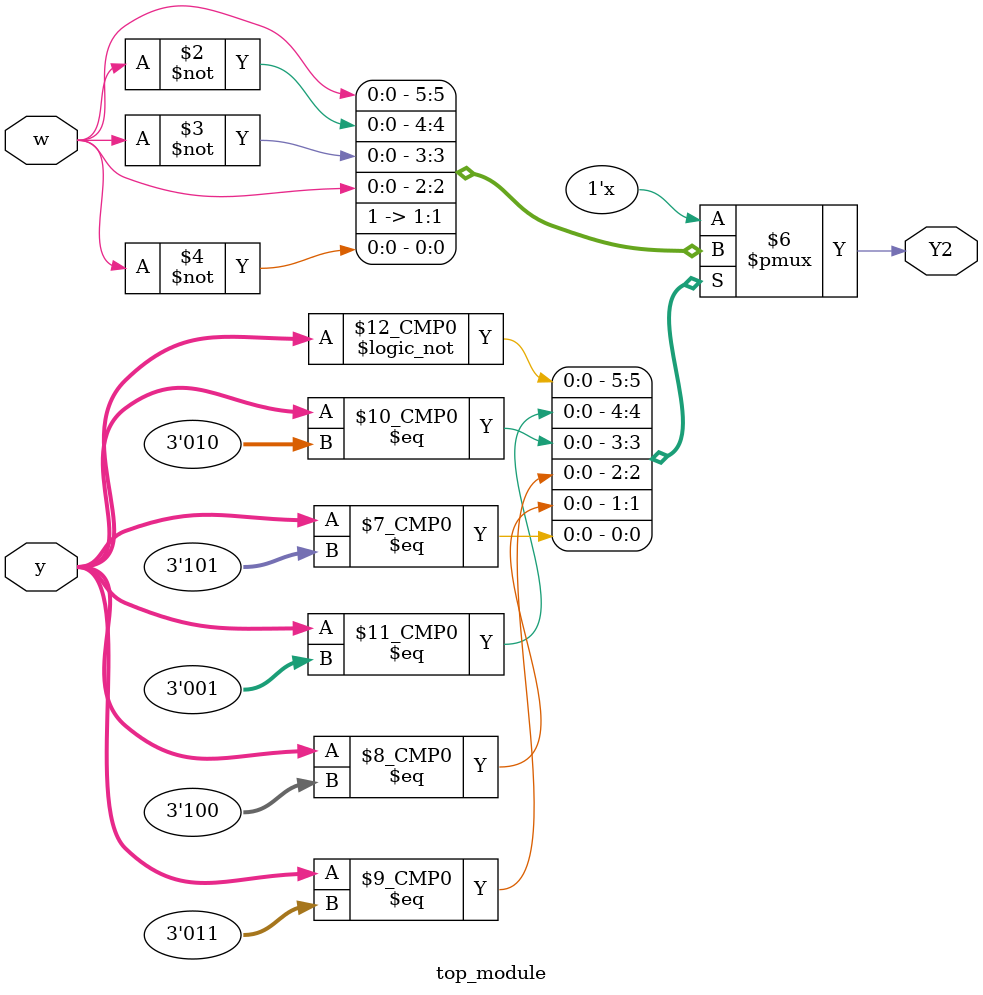
<source format=sv>
module top_module(
    input [3:1] y,
    input w,
    output reg Y2
);

always @(*) begin
    case (y)
        3'b000: // State A
            Y2 = w;
        3'b001: // State B
            Y2 = ~w;
        3'b010: // State C
            Y2 = ~w;
        3'b011: // State D
            Y2 = w;
        3'b100: // State E
            Y2 = 1'b1;
        3'b101: // State F
            Y2 = ~w;
        default:
            Y2 = 1'bx;
    endcase
end

endmodule

</source>
